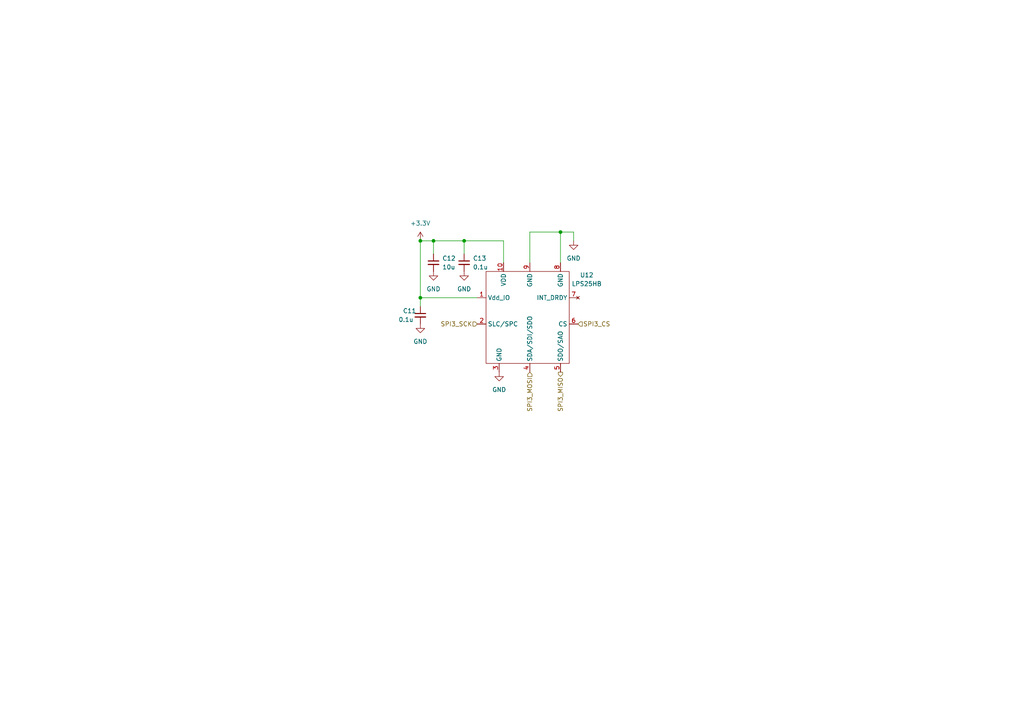
<source format=kicad_sch>
(kicad_sch (version 20211123) (generator eeschema)
  (paper "A4")
  (lib_symbols
    (symbol "Device:C_Small" (pin_numbers hide) (pin_names (offset 0.254) hide)
      (property "Reference" "C" (at 0.254 1.778 0))
      (property "Value" "C_Small" (at 0.254 -2.032 0))
      (symbol "C_Small_0_1"
        (polyline (pts (xy -1.524 -0.508) (xy 1.524 -0.508)) (stroke (width 0.3302)))
        (polyline (pts (xy -1.524 0.508) (xy 1.524 0.508)) (stroke (width 0.3048)))
      )
      (symbol "C_Small_1_1"
        (pin passive line (at 0 2.54 270) (length 2.032) (name "~") (number "1"))
        (pin passive line (at 0 -2.54 90) (length 2.032) (name "~") (number "2"))
      )
    )
    (symbol "My_Device:LPS25HB"
      (property "Reference" "U" (at 0 3.81 0))
      (property "Value" "LPS25HB" (at 0 1.27 0))
      (symbol "LPS25HB_0_1"
        (polyline (pts (xy -12.7 -7.62) (xy 11.43 -7.62) (xy 11.43 -34.29) (xy -12.7 -34.29) (xy -12.7 -7.62)))
      )
      (symbol "LPS25HB_1_1"
        (pin input line (at -15.24 -15.24 0) (length 2.54) (name "Vdd_IO") (number "1"))
        (pin input line (at -7.62 -5.08 270) (length 2.54) (name "VDD") (number "10"))
        (pin input line (at -15.24 -22.86 0) (length 2.54) (name "SLC/SPC") (number "2"))
        (pin input line (at -8.89 -36.83 90) (length 2.54) (name "GND") (number "3"))
        (pin input line (at 0 -36.83 90) (length 2.54) (name "SDA/SDI/SDO") (number "4"))
        (pin input line (at 8.89 -36.83 90) (length 2.54) (name "SDO/SAO") (number "5"))
        (pin input line (at 13.97 -22.86 180) (length 2.54) (name "CS") (number "6"))
        (pin no_connect line (at 13.97 -15.24 180) (length 2.54) (name "INT_DRDY") (number "7"))
        (pin input line (at 8.89 -5.08 270) (length 2.54) (name "GND") (number "8"))
        (pin input line (at 0 -5.08 270) (length 2.54) (name "GND") (number "9"))
      )
    )
    (symbol "power:+3.3V" (power) (pin_names (offset 0))
      (property "Value" "+3.3V" (at 0 3.556 0))
      (symbol "+3.3V_0_1"
        (polyline (pts (xy -0.762 1.27) (xy 0 2.54)))
        (polyline (pts (xy 0 0) (xy 0 2.54)))
        (polyline (pts (xy 0 2.54) (xy 0.762 1.27)))
      )
      (symbol "+3.3V_1_1"
        (pin power_in line (at 0 0 90) (length 0) hide (name "+3.3V") (number "1"))
      )
    )
    (symbol "power:GND" (power) (pin_names (offset 0))
      (property "Value" "GND" (at 0 -3.81 0))
      (symbol "GND_0_1"
        (polyline (pts (xy 0 0) (xy 0 -1.27) (xy 1.27 -1.27) (xy 0 -2.54) (xy -1.27 -1.27) (xy 0 -1.27)))
      )
      (symbol "GND_1_1"
        (pin power_in line (at 0 0 270) (length 0) hide (name "GND") (number "1"))
      )
    )
  )
  (junction (at 121.92 86.36))
  (junction (at 134.62 69.85))
  (junction (at 121.92 69.85))
  (junction (at 125.73 69.85))
  (junction (at 162.56 67.31))
  (wire (pts (xy 162.56 76.2) (xy 162.56 67.31)))
  (wire (pts (xy 146.05 76.2) (xy 146.05 69.85)))
  (wire (pts (xy 134.62 69.85) (xy 134.62 73.66)))
  (wire (pts (xy 153.67 76.2) (xy 153.67 67.31)))
  (wire (pts (xy 121.92 86.36) (xy 121.92 88.9)))
  (wire (pts (xy 125.73 69.85) (xy 121.92 69.85)))
  (wire (pts (xy 134.62 69.85) (xy 125.73 69.85)))
  (wire (pts (xy 153.67 67.31) (xy 162.56 67.31)))
  (wire (pts (xy 162.56 67.31) (xy 166.37 67.31)))
  (wire (pts (xy 146.05 69.85) (xy 134.62 69.85)))
  (wire (pts (xy 125.73 69.85) (xy 125.73 73.66)))
  (wire (pts (xy 138.43 86.36) (xy 121.92 86.36)))
  (wire (pts (xy 121.92 69.85) (xy 121.92 86.36)))
  (wire (pts (xy 166.37 67.31) (xy 166.37 69.85)))
  (hierarchical_label "SPI3_CS" (shape input) (at 167.64 93.98 0))
  (hierarchical_label "SPI3_SCK" (shape input) (at 138.43 93.98 180))
  (hierarchical_label "SPI3_MOSI" (shape input) (at 153.67 107.95 270))
  (hierarchical_label "SPI3_MISO" (shape output) (at 162.56 107.95 270))
  (symbol (lib_id "My_Device:LPS25HB") (at 153.67 71.12 0) (unit 1)
    (property "Reference" "U12" (at 170.18 79.7812 0))
    (property "Value" "LPS25HB" (at 170.18 82.3212 0))
    (property "Footprint" "Package_LGA:ST_HLGA-10_2.5x2.5mm_P0.6mm_LayoutBorder3x2y" (effects hide))
  )
  (symbol (lib_id "power:GND") (at 125.73 78.74 0) (unit 1)
    (property "Reference" "#PWR081" (effects hide))
    (property "Value" "GND" (at 125.73 83.82 0))
  )
  (symbol (lib_id "power:GND") (at 166.37 69.85 0) (unit 1)
    (property "Reference" "#PWR084" (effects hide))
    (property "Value" "GND" (at 166.37 74.93 0))
  )
  (symbol (lib_id "Device:C_Small") (at 134.62 76.2 0) (unit 1)
    (property "Reference" "C13" (at 137.16 74.9362 0) (effects (justify left)))
    (property "Value" "0.1u" (at 137.16 77.4762 0) (effects (justify left)))
    (property "Footprint" "Capacitor_SMD:C_0603_1608Metric_Pad1.08x0.95mm_HandSolder" (effects hide))
  )
  (symbol (lib_id "power:GND") (at 144.78 107.95 0) (unit 1)
    (property "Reference" "#PWR083" (effects hide))
    (property "Value" "GND" (at 144.78 113.03 0))
  )
  (symbol (lib_id "Device:C_Small") (at 121.92 91.44 0) (unit 1)
    (property "Reference" "C11" (at 116.84 90.17 0) (effects (justify left)))
    (property "Value" "0.1u" (at 115.57 92.71 0) (effects (justify left)))
    (property "Footprint" "Capacitor_SMD:C_0603_1608Metric_Pad1.08x0.95mm_HandSolder" (effects hide))
  )
  (symbol (lib_id "power:GND") (at 134.62 78.74 0) (unit 1)
    (property "Reference" "#PWR082" (effects hide))
    (property "Value" "GND" (at 134.62 83.82 0))
  )
  (symbol (lib_id "power:+3.3V") (at 121.92 69.85 0) (unit 1)
    (property "Reference" "#PWR079" (effects hide))
    (property "Value" "+3.3V" (at 121.92 64.77 0))
  )
  (symbol (lib_id "power:GND") (at 121.92 93.98 0) (unit 1)
    (property "Reference" "#PWR080" (effects hide))
    (property "Value" "GND" (at 121.92 99.06 0))
  )
  (symbol (lib_id "Device:C_Small") (at 125.73 76.2 0) (unit 1)
    (property "Reference" "C12" (at 128.27 74.9362 0) (effects (justify left)))
    (property "Value" "10u" (at 128.27 77.4762 0) (effects (justify left)))
    (property "Footprint" "Capacitor_SMD:C_0603_1608Metric_Pad1.08x0.95mm_HandSolder" (effects hide))
  )
)
</source>
